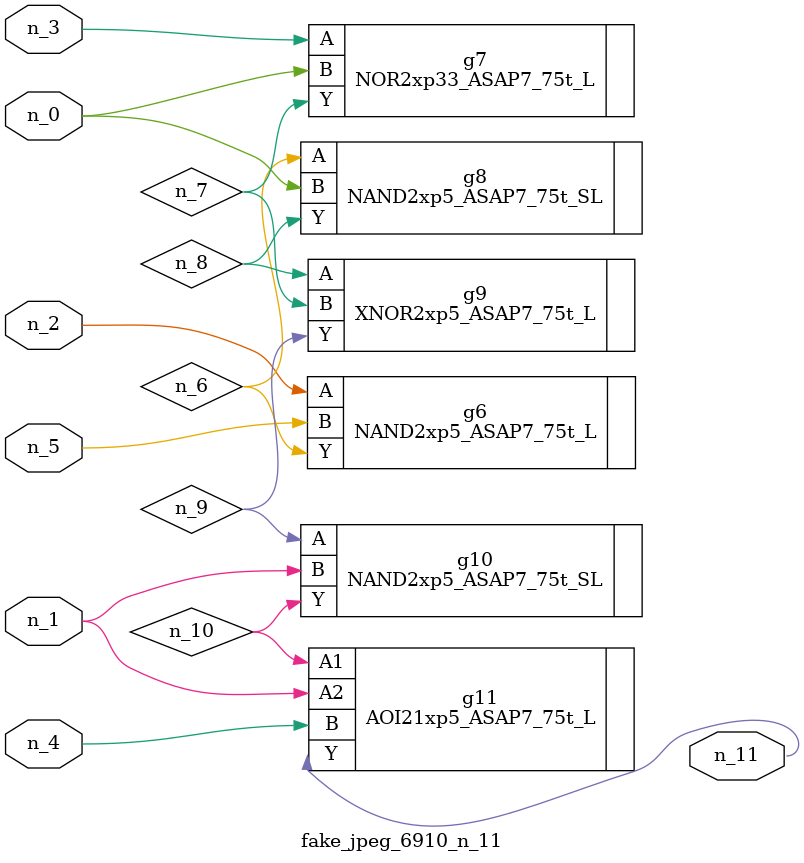
<source format=v>
module fake_jpeg_6910_n_11 (n_3, n_2, n_1, n_0, n_4, n_5, n_11);

input n_3;
input n_2;
input n_1;
input n_0;
input n_4;
input n_5;

output n_11;

wire n_10;
wire n_8;
wire n_9;
wire n_6;
wire n_7;

NAND2xp5_ASAP7_75t_L g6 ( 
.A(n_2),
.B(n_5),
.Y(n_6)
);

NOR2xp33_ASAP7_75t_L g7 ( 
.A(n_3),
.B(n_0),
.Y(n_7)
);

NAND2xp5_ASAP7_75t_SL g8 ( 
.A(n_6),
.B(n_0),
.Y(n_8)
);

XNOR2xp5_ASAP7_75t_L g9 ( 
.A(n_8),
.B(n_7),
.Y(n_9)
);

NAND2xp5_ASAP7_75t_SL g10 ( 
.A(n_9),
.B(n_1),
.Y(n_10)
);

AOI21xp5_ASAP7_75t_L g11 ( 
.A1(n_10),
.A2(n_1),
.B(n_4),
.Y(n_11)
);


endmodule
</source>
